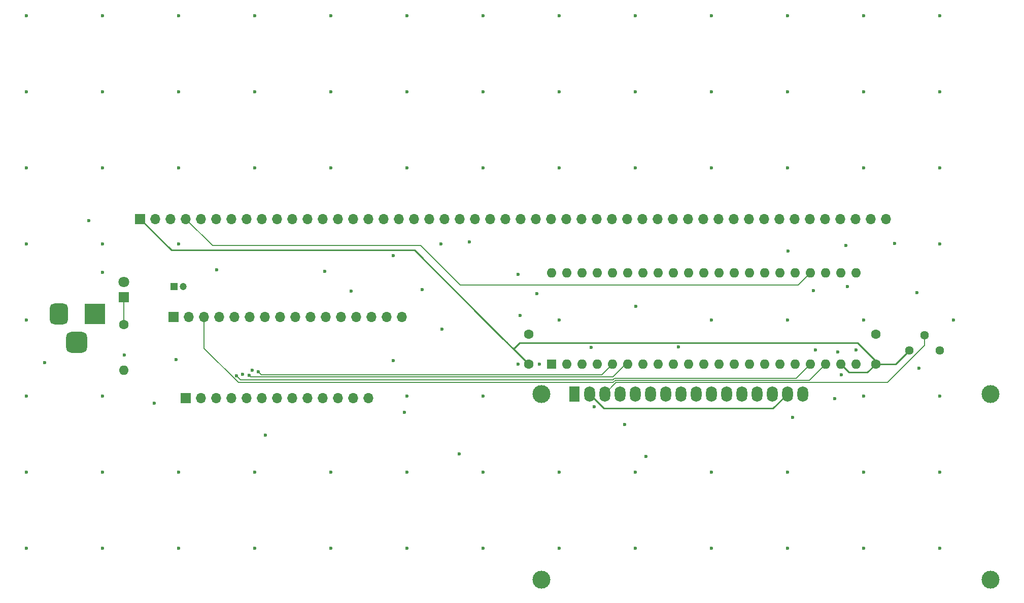
<source format=gbl>
G04 #@! TF.GenerationSoftware,KiCad,Pcbnew,(6.0.7-1)-1*
G04 #@! TF.CreationDate,2022-08-10T01:24:52+02:00*
G04 #@! TF.ProjectId,6502_computer,36353032-5f63-46f6-9d70-757465722e6b,REV*
G04 #@! TF.SameCoordinates,Original*
G04 #@! TF.FileFunction,Copper,L4,Bot*
G04 #@! TF.FilePolarity,Positive*
%FSLAX46Y46*%
G04 Gerber Fmt 4.6, Leading zero omitted, Abs format (unit mm)*
G04 Created by KiCad (PCBNEW (6.0.7-1)-1) date 2022-08-10 01:24:52*
%MOMM*%
%LPD*%
G01*
G04 APERTURE LIST*
G04 Aperture macros list*
%AMRoundRect*
0 Rectangle with rounded corners*
0 $1 Rounding radius*
0 $2 $3 $4 $5 $6 $7 $8 $9 X,Y pos of 4 corners*
0 Add a 4 corners polygon primitive as box body*
4,1,4,$2,$3,$4,$5,$6,$7,$8,$9,$2,$3,0*
0 Add four circle primitives for the rounded corners*
1,1,$1+$1,$2,$3*
1,1,$1+$1,$4,$5*
1,1,$1+$1,$6,$7*
1,1,$1+$1,$8,$9*
0 Add four rect primitives between the rounded corners*
20,1,$1+$1,$2,$3,$4,$5,0*
20,1,$1+$1,$4,$5,$6,$7,0*
20,1,$1+$1,$6,$7,$8,$9,0*
20,1,$1+$1,$8,$9,$2,$3,0*%
G04 Aperture macros list end*
G04 #@! TA.AperFunction,ComponentPad*
%ADD10R,3.500000X3.500000*%
G04 #@! TD*
G04 #@! TA.AperFunction,ComponentPad*
%ADD11RoundRect,0.750000X-0.750000X-1.000000X0.750000X-1.000000X0.750000X1.000000X-0.750000X1.000000X0*%
G04 #@! TD*
G04 #@! TA.AperFunction,ComponentPad*
%ADD12RoundRect,0.875000X-0.875000X-0.875000X0.875000X-0.875000X0.875000X0.875000X-0.875000X0.875000X0*%
G04 #@! TD*
G04 #@! TA.AperFunction,ComponentPad*
%ADD13R,1.700000X1.700000*%
G04 #@! TD*
G04 #@! TA.AperFunction,ComponentPad*
%ADD14O,1.700000X1.700000*%
G04 #@! TD*
G04 #@! TA.AperFunction,ComponentPad*
%ADD15C,1.600000*%
G04 #@! TD*
G04 #@! TA.AperFunction,ComponentPad*
%ADD16R,1.600000X1.600000*%
G04 #@! TD*
G04 #@! TA.AperFunction,ComponentPad*
%ADD17O,1.600000X1.600000*%
G04 #@! TD*
G04 #@! TA.AperFunction,ComponentPad*
%ADD18C,3.000000*%
G04 #@! TD*
G04 #@! TA.AperFunction,ComponentPad*
%ADD19R,1.800000X2.600000*%
G04 #@! TD*
G04 #@! TA.AperFunction,ComponentPad*
%ADD20O,1.800000X2.600000*%
G04 #@! TD*
G04 #@! TA.AperFunction,ComponentPad*
%ADD21C,1.440000*%
G04 #@! TD*
G04 #@! TA.AperFunction,ComponentPad*
%ADD22R,1.800000X1.800000*%
G04 #@! TD*
G04 #@! TA.AperFunction,ComponentPad*
%ADD23C,1.800000*%
G04 #@! TD*
G04 #@! TA.AperFunction,ComponentPad*
%ADD24R,1.200000X1.200000*%
G04 #@! TD*
G04 #@! TA.AperFunction,ComponentPad*
%ADD25C,1.200000*%
G04 #@! TD*
G04 #@! TA.AperFunction,ViaPad*
%ADD26C,0.600000*%
G04 #@! TD*
G04 #@! TA.AperFunction,Conductor*
%ADD27C,0.293624*%
G04 #@! TD*
G04 #@! TA.AperFunction,Conductor*
%ADD28C,0.146812*%
G04 #@! TD*
G04 APERTURE END LIST*
D10*
X87630000Y-100584000D03*
D11*
X81630000Y-100584000D03*
D12*
X84630000Y-105284000D03*
D13*
X102796892Y-114602392D03*
D14*
X105336892Y-114602392D03*
X107876892Y-114602392D03*
X110416892Y-114602392D03*
X112956892Y-114602392D03*
X115496892Y-114602392D03*
X118036892Y-114602392D03*
X120576892Y-114602392D03*
X123116892Y-114602392D03*
X125656892Y-114602392D03*
X128196892Y-114602392D03*
X130736892Y-114602392D03*
X133276892Y-114602392D03*
D13*
X95226000Y-84709000D03*
D14*
X97766000Y-84709000D03*
X100306000Y-84709000D03*
X102846000Y-84709000D03*
X105386000Y-84709000D03*
X107926000Y-84709000D03*
X110466000Y-84709000D03*
X113006000Y-84709000D03*
X115546000Y-84709000D03*
X118086000Y-84709000D03*
X120626000Y-84709000D03*
X123166000Y-84709000D03*
X125706000Y-84709000D03*
X128246000Y-84709000D03*
X130786000Y-84709000D03*
X133326000Y-84709000D03*
X135866000Y-84709000D03*
X138406000Y-84709000D03*
X140946000Y-84709000D03*
X143486000Y-84709000D03*
X146026000Y-84709000D03*
X148566000Y-84709000D03*
X151106000Y-84709000D03*
X153646000Y-84709000D03*
X156186000Y-84709000D03*
X158726000Y-84709000D03*
X161266000Y-84709000D03*
X163806000Y-84709000D03*
X166346000Y-84709000D03*
X168886000Y-84709000D03*
X171426000Y-84709000D03*
X173966000Y-84709000D03*
X176506000Y-84709000D03*
X179046000Y-84709000D03*
X181586000Y-84709000D03*
X184126000Y-84709000D03*
X186666000Y-84709000D03*
X189206000Y-84709000D03*
X191746000Y-84709000D03*
X194286000Y-84709000D03*
X196826000Y-84709000D03*
X199366000Y-84709000D03*
X201906000Y-84709000D03*
X204446000Y-84709000D03*
X206986000Y-84709000D03*
X209526000Y-84709000D03*
X212066000Y-84709000D03*
X214606000Y-84709000D03*
X217146000Y-84709000D03*
X219686000Y-84709000D03*
D15*
X160020000Y-108966000D03*
X160020000Y-103966000D03*
D16*
X163830000Y-108971000D03*
D17*
X166370000Y-108971000D03*
X168910000Y-108971000D03*
X171450000Y-108971000D03*
X173990000Y-108971000D03*
X176530000Y-108971000D03*
X179070000Y-108971000D03*
X181610000Y-108971000D03*
X184150000Y-108971000D03*
X186690000Y-108971000D03*
X189230000Y-108971000D03*
X191770000Y-108971000D03*
X194310000Y-108971000D03*
X196850000Y-108971000D03*
X199390000Y-108971000D03*
X201930000Y-108971000D03*
X204470000Y-108971000D03*
X207010000Y-108971000D03*
X209550000Y-108971000D03*
X212090000Y-108971000D03*
X214630000Y-108971000D03*
X214630000Y-93731000D03*
X212090000Y-93731000D03*
X209550000Y-93731000D03*
X207010000Y-93731000D03*
X204470000Y-93731000D03*
X201930000Y-93731000D03*
X199390000Y-93731000D03*
X196850000Y-93731000D03*
X194310000Y-93731000D03*
X191770000Y-93731000D03*
X189230000Y-93731000D03*
X186690000Y-93731000D03*
X184150000Y-93731000D03*
X181610000Y-93731000D03*
X179070000Y-93731000D03*
X176530000Y-93731000D03*
X173990000Y-93731000D03*
X171450000Y-93731000D03*
X168910000Y-93731000D03*
X166370000Y-93731000D03*
X163830000Y-93731000D03*
D15*
X217932000Y-108946000D03*
X217932000Y-103946000D03*
D13*
X100798599Y-101092000D03*
D14*
X103338599Y-101092000D03*
X105878599Y-101092000D03*
X108418599Y-101092000D03*
X110958599Y-101092000D03*
X113498599Y-101092000D03*
X116038599Y-101092000D03*
X118578599Y-101092000D03*
X121118599Y-101092000D03*
X123658599Y-101092000D03*
X126198599Y-101092000D03*
X128738599Y-101092000D03*
X131278599Y-101092000D03*
X133818599Y-101092000D03*
X136358599Y-101092000D03*
X138898599Y-101092000D03*
D18*
X237139480Y-144929200D03*
X237140000Y-113928500D03*
X162140900Y-113928500D03*
X162140900Y-144929200D03*
D19*
X167640000Y-113928500D03*
D20*
X170180000Y-113928500D03*
X172720000Y-113928500D03*
X175260000Y-113928500D03*
X177800000Y-113928500D03*
X180340000Y-113928500D03*
X182880000Y-113928500D03*
X185420000Y-113928500D03*
X187960000Y-113928500D03*
X190500000Y-113928500D03*
X193040000Y-113928500D03*
X195580000Y-113928500D03*
X198120000Y-113928500D03*
X200660000Y-113928500D03*
X203200000Y-113928500D03*
X205740000Y-113928500D03*
D21*
X228600000Y-106680000D03*
X226060000Y-104140000D03*
X223520000Y-106680000D03*
D22*
X92456000Y-97790000D03*
D23*
X92456000Y-95250000D03*
D15*
X92468000Y-102362000D03*
D17*
X92468000Y-109982000D03*
D24*
X100877401Y-96012000D03*
D25*
X102377401Y-96012000D03*
D26*
X152400000Y-63500000D03*
X116078000Y-120777000D03*
X228600000Y-114300000D03*
X101600000Y-76200000D03*
X88900000Y-139700000D03*
X215900000Y-127000000D03*
X177800000Y-50800000D03*
X165100000Y-139700000D03*
X215900000Y-63500000D03*
X76200000Y-127000000D03*
X76200000Y-50800000D03*
X79248000Y-108712000D03*
X137414000Y-90805000D03*
X230886000Y-101600000D03*
X211074000Y-114681000D03*
X88900000Y-76200000D03*
X76200000Y-63500000D03*
X165100000Y-76200000D03*
X221107000Y-88773000D03*
X88900000Y-114300000D03*
X101600000Y-127000000D03*
X170942000Y-116078000D03*
X212217000Y-110744000D03*
X207518000Y-96647000D03*
X76200000Y-101600000D03*
X165100000Y-127000000D03*
X203200000Y-76200000D03*
X113919000Y-109982000D03*
X125984000Y-93472000D03*
X127000000Y-76200000D03*
X127000000Y-127000000D03*
X161798000Y-108966000D03*
X190500000Y-139700000D03*
X152400000Y-76200000D03*
X161417000Y-97155000D03*
X142240000Y-96520000D03*
X114300000Y-127000000D03*
X203200000Y-101600000D03*
X152400000Y-127000000D03*
X185039000Y-106110312D03*
X114300000Y-63500000D03*
X112268000Y-110617000D03*
X177800000Y-139700000D03*
X212979000Y-89154000D03*
X101219000Y-108204000D03*
X203327000Y-90043000D03*
X228600000Y-50800000D03*
X101600000Y-139700000D03*
X114300000Y-76200000D03*
X213233000Y-96012000D03*
X177927000Y-99314000D03*
X76200000Y-139700000D03*
X203200000Y-127000000D03*
X152400000Y-139700000D03*
X92583000Y-107442000D03*
X170434000Y-106172000D03*
X101600000Y-63500000D03*
X158623000Y-100838000D03*
X88900000Y-88900000D03*
X228600000Y-63500000D03*
X211582000Y-106934000D03*
X139700000Y-139700000D03*
X114300000Y-139700000D03*
X114300000Y-50800000D03*
X158242000Y-93980000D03*
X203200000Y-50800000D03*
X145542000Y-103124000D03*
X139700000Y-63500000D03*
X228600000Y-139700000D03*
X101600000Y-50800000D03*
X76200000Y-114300000D03*
X145415000Y-88900000D03*
X228600000Y-127000000D03*
X76200000Y-88900000D03*
X215900000Y-114300000D03*
X137414000Y-108331000D03*
X107950000Y-93218000D03*
X139700000Y-127000000D03*
X228600000Y-76200000D03*
X225171000Y-109601000D03*
X88900000Y-127000000D03*
X97536000Y-115443000D03*
X139700000Y-76200000D03*
X139700000Y-114300000D03*
X88900000Y-50800000D03*
X176022000Y-118999000D03*
X215900000Y-76200000D03*
X190500000Y-63500000D03*
X190500000Y-101600000D03*
X152400000Y-114300000D03*
X130429000Y-96774000D03*
X127000000Y-63500000D03*
X88900000Y-63500000D03*
X190500000Y-50800000D03*
X139700000Y-50800000D03*
X204089000Y-117856000D03*
X179578000Y-124333000D03*
X86614000Y-84963000D03*
X127000000Y-139700000D03*
X190500000Y-127000000D03*
X165100000Y-63500000D03*
X76200000Y-76200000D03*
X177800000Y-76200000D03*
X203200000Y-139700000D03*
X150114000Y-88519000D03*
X177800000Y-127000000D03*
X139319000Y-116967000D03*
X88900000Y-93599000D03*
X165100000Y-101600000D03*
X101600000Y-88900000D03*
X127000000Y-50800000D03*
X190500000Y-76200000D03*
X152400000Y-50800000D03*
X148463000Y-123952000D03*
X215900000Y-50800000D03*
X215900000Y-101600000D03*
X215900000Y-139700000D03*
X165100000Y-50800000D03*
X203200000Y-63500000D03*
X177800000Y-63500000D03*
X214630000Y-106553000D03*
X158242000Y-108966000D03*
X207899000Y-106553000D03*
X228600000Y-88900000D03*
X224790000Y-97028000D03*
X114920786Y-110236000D03*
X113376430Y-110837532D03*
X111306509Y-110912592D03*
D27*
X140970000Y-89916000D02*
X101092000Y-89916000D01*
X172583500Y-116332000D02*
X200796500Y-116332000D01*
X157480000Y-106426000D02*
X160020000Y-108966000D01*
X221254000Y-108946000D02*
X223520000Y-106680000D01*
X217932000Y-108458000D02*
X217932000Y-108946000D01*
X216553788Y-110324212D02*
X213443212Y-110324212D01*
X155575000Y-104521000D02*
X156464000Y-105410000D01*
X170180000Y-113928500D02*
X172583500Y-116332000D01*
X200796500Y-116332000D02*
X203200000Y-113928500D01*
X155575000Y-104521000D02*
X152527000Y-101473000D01*
X217932000Y-108946000D02*
X221254000Y-108946000D01*
X214884000Y-105410000D02*
X217932000Y-108458000D01*
X152527000Y-101473000D02*
X140970000Y-89916000D01*
X158750000Y-105410000D02*
X214884000Y-105410000D01*
X213443212Y-110324212D02*
X212090000Y-108971000D01*
X158496000Y-105410000D02*
X158750000Y-105410000D01*
X155575000Y-104521000D02*
X157480000Y-106426000D01*
X100433000Y-89916000D02*
X95226000Y-84709000D01*
X101092000Y-89916000D02*
X100433000Y-89916000D01*
X217932000Y-108946000D02*
X216553788Y-110324212D01*
X157480000Y-106426000D02*
X158496000Y-105410000D01*
D28*
X174634500Y-112014000D02*
X219882782Y-112014000D01*
X172720000Y-113928500D02*
X174634500Y-112014000D01*
X226060000Y-105836782D02*
X226060000Y-104140000D01*
X219882782Y-112014000D02*
X226060000Y-105836782D01*
X206856513Y-111664487D02*
X209550000Y-108971000D01*
X174140214Y-112014000D02*
X174489727Y-111664487D01*
X105878599Y-101092000D02*
X105878599Y-106299419D01*
X174489727Y-111664487D02*
X206856513Y-111664487D01*
X111593180Y-112014000D02*
X174140214Y-112014000D01*
X105878599Y-106299419D02*
X111593180Y-112014000D01*
X204983000Y-95758000D02*
X207010000Y-93731000D01*
X107291000Y-89154000D02*
X141986000Y-89154000D01*
X148590000Y-95758000D02*
X204983000Y-95758000D01*
X141986000Y-89154000D02*
X148590000Y-95758000D01*
X102846000Y-84709000D02*
X107291000Y-89154000D01*
X172217000Y-110744000D02*
X115428786Y-110744000D01*
X115428786Y-110744000D02*
X114920786Y-110236000D01*
X173990000Y-108971000D02*
X172217000Y-110744000D01*
X113632411Y-111093513D02*
X113376430Y-110837532D01*
X176530000Y-108971000D02*
X176194642Y-108971000D01*
X174072129Y-111093513D02*
X113632411Y-111093513D01*
X176194642Y-108971000D02*
X174072129Y-111093513D01*
X174090954Y-111568974D02*
X111962891Y-111568974D01*
X111962891Y-111568974D02*
X111306509Y-110912592D01*
X204666026Y-111314974D02*
X174344954Y-111314974D01*
X207010000Y-108971000D02*
X204666026Y-111314974D01*
X174344954Y-111314974D02*
X174090954Y-111568974D01*
X92468000Y-97802000D02*
X92456000Y-97790000D01*
X92468000Y-102362000D02*
X92468000Y-97802000D01*
M02*

</source>
